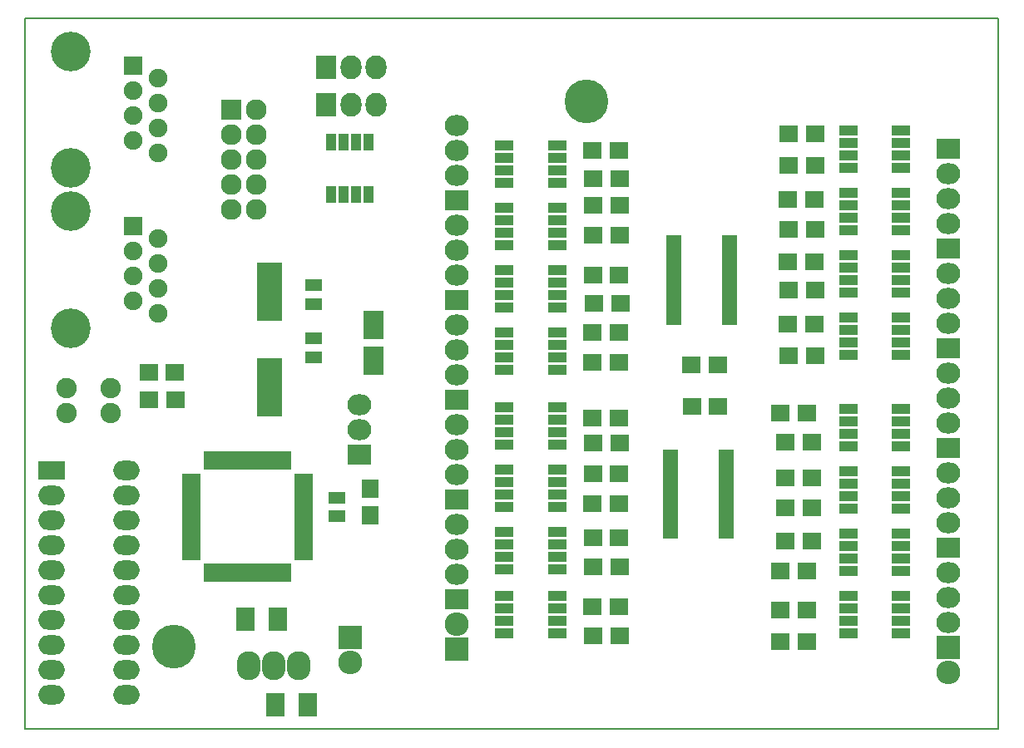
<source format=gbs>
G04 #@! TF.FileFunction,Soldermask,Bot*
%FSLAX46Y46*%
G04 Gerber Fmt 4.6, Leading zero omitted, Abs format (unit mm)*
G04 Created by KiCad (PCBNEW 0.201501052116+5352~20~ubuntu14.04.1-product) date Di 06 Jan 2015 18:05:51 CET*
%MOMM*%
G01*
G04 APERTURE LIST*
%ADD10C,0.150000*%
%ADD11C,0.200000*%
%ADD12C,4.464000*%
%ADD13R,1.797000X1.289000*%
%ADD14R,2.000200X3.000960*%
%ADD15R,1.924000X2.432000*%
%ADD16C,2.076400*%
%ADD17R,1.924000X0.806400*%
%ADD18R,0.806400X1.924000*%
%ADD19R,1.500000X0.800000*%
%ADD20R,2.432000X2.127200*%
%ADD21O,2.432000X2.127200*%
%ADD22R,2.127200X2.432000*%
%ADD23O,2.127200X2.432000*%
%ADD24R,2.432000X2.432000*%
%ADD25O,2.432000X2.432000*%
%ADD26R,1.900000X1.700000*%
%ADD27R,1.700000X1.900000*%
%ADD28R,2.686000X1.974800*%
%ADD29O,2.686000X1.974800*%
%ADD30R,0.999440X1.799540*%
%ADD31O,2.432000X2.940000*%
%ADD32R,1.950000X1.000000*%
%ADD33R,2.500580X6.000700*%
%ADD34C,4.049980*%
%ADD35R,1.901140X1.901140*%
%ADD36C,1.901140*%
%ADD37R,2.127200X2.127200*%
%ADD38O,2.127200X2.127200*%
G04 APERTURE END LIST*
D10*
D11*
X124460000Y-24130000D02*
X25400000Y-24130000D01*
X124460000Y-96520000D02*
X124460000Y-24130000D01*
X25400000Y-96520000D02*
X124460000Y-96520000D01*
X25400000Y-24130000D02*
X25400000Y-96520000D01*
D12*
X40500000Y-88100000D03*
X82500000Y-32600000D03*
D13*
X54710000Y-56697500D03*
X54710000Y-58602500D03*
X54710000Y-51317500D03*
X54710000Y-53222500D03*
D14*
X60860000Y-55349140D03*
X60860000Y-58950860D03*
D15*
X54121000Y-94030000D03*
X50819000Y-94030000D03*
D13*
X57100000Y-74852500D03*
X57100000Y-72947500D03*
D15*
X51111000Y-85290000D03*
X47809000Y-85290000D03*
D16*
X29560000Y-61750000D03*
X29560000Y-64290000D03*
X34060000Y-61750000D03*
X34060000Y-64290000D03*
D17*
X42305000Y-74880000D03*
X42305000Y-74079900D03*
X42305000Y-73279800D03*
X42305000Y-72479700D03*
X42305000Y-71679600D03*
X42305000Y-70879500D03*
X42305000Y-75680100D03*
X42305000Y-76480200D03*
X42305000Y-77280300D03*
X42305000Y-78080400D03*
X42305000Y-78880500D03*
X53735000Y-74880000D03*
X53735000Y-74079900D03*
X53735000Y-73279800D03*
X53735000Y-72479700D03*
X53735000Y-71679600D03*
X53735000Y-70879500D03*
X53735000Y-75680100D03*
X53735000Y-76480200D03*
X53735000Y-77280300D03*
X53735000Y-78080400D03*
X53735000Y-78880500D03*
D18*
X48020000Y-69165000D03*
X48020000Y-80595000D03*
X48820100Y-69165000D03*
X48820100Y-80595000D03*
X49620200Y-80595000D03*
X49620200Y-69165000D03*
X50420300Y-69165000D03*
X50420300Y-80595000D03*
X51220400Y-80595000D03*
X51220400Y-69165000D03*
X52020500Y-69165000D03*
X52020500Y-80595000D03*
X47219900Y-80595000D03*
X47219900Y-69165000D03*
X46419800Y-69165000D03*
X46419800Y-80595000D03*
X45619700Y-80595000D03*
X45619700Y-69165000D03*
X44819600Y-69165000D03*
X44819600Y-80595000D03*
X44019500Y-80595000D03*
X44019500Y-69165000D03*
D19*
X91070000Y-76795000D03*
X91070000Y-76145000D03*
X91070000Y-75495000D03*
X91070000Y-74845000D03*
X91070000Y-74195000D03*
X91070000Y-73545000D03*
X91070000Y-72895000D03*
X91070000Y-72245000D03*
X91070000Y-71595000D03*
X91070000Y-70945000D03*
X91070000Y-70295000D03*
X91070000Y-69645000D03*
X91070000Y-68995000D03*
X91070000Y-68345000D03*
X96770000Y-68345000D03*
X96770000Y-68995000D03*
X96770000Y-69645000D03*
X96770000Y-70295000D03*
X96770000Y-70945000D03*
X96770000Y-71595000D03*
X96770000Y-72245000D03*
X96770000Y-72895000D03*
X96770000Y-73545000D03*
X96770000Y-74195000D03*
X96770000Y-74845000D03*
X96770000Y-75495000D03*
X96770000Y-76145000D03*
X96770000Y-76795000D03*
X91390000Y-54965000D03*
X91390000Y-54315000D03*
X91390000Y-53665000D03*
X91390000Y-53015000D03*
X91390000Y-52365000D03*
X91390000Y-51715000D03*
X91390000Y-51065000D03*
X91390000Y-50415000D03*
X91390000Y-49765000D03*
X91390000Y-49115000D03*
X91390000Y-48465000D03*
X91390000Y-47815000D03*
X91390000Y-47165000D03*
X91390000Y-46515000D03*
X97090000Y-46515000D03*
X97090000Y-47165000D03*
X97090000Y-47815000D03*
X97090000Y-48465000D03*
X97090000Y-49115000D03*
X97090000Y-49765000D03*
X97090000Y-50415000D03*
X97090000Y-51065000D03*
X97090000Y-51715000D03*
X97090000Y-52365000D03*
X97090000Y-53015000D03*
X97090000Y-53665000D03*
X97090000Y-54315000D03*
X97090000Y-54965000D03*
D20*
X59360000Y-68550000D03*
D21*
X59360000Y-66010000D03*
X59360000Y-63470000D03*
D22*
X55990000Y-29130000D03*
D23*
X58530000Y-29130000D03*
X61070000Y-29130000D03*
D22*
X55990000Y-32880000D03*
D23*
X58530000Y-32880000D03*
X61070000Y-32880000D03*
D24*
X58470000Y-87160000D03*
D25*
X58470000Y-89700000D03*
D20*
X69280000Y-83280000D03*
D21*
X69280000Y-80740000D03*
X69280000Y-78200000D03*
X69280000Y-75660000D03*
D20*
X69280000Y-73120000D03*
D21*
X69280000Y-70580000D03*
X69280000Y-68040000D03*
X69280000Y-65500000D03*
D20*
X119310000Y-67880000D03*
D21*
X119310000Y-70420000D03*
X119310000Y-72960000D03*
X119310000Y-75500000D03*
D20*
X119310000Y-78040000D03*
D21*
X119310000Y-80580000D03*
X119310000Y-83120000D03*
X119310000Y-85660000D03*
D20*
X69280000Y-62960000D03*
D21*
X69280000Y-60420000D03*
X69280000Y-57880000D03*
X69280000Y-55340000D03*
D20*
X69280000Y-52800000D03*
D21*
X69280000Y-50260000D03*
X69280000Y-47720000D03*
X69280000Y-45180000D03*
D20*
X69280000Y-42640000D03*
D21*
X69280000Y-40100000D03*
X69280000Y-37560000D03*
X69280000Y-35020000D03*
D20*
X119310000Y-37400000D03*
D21*
X119310000Y-39940000D03*
X119310000Y-42480000D03*
X119310000Y-45020000D03*
D20*
X119310000Y-47560000D03*
D21*
X119310000Y-50100000D03*
X119310000Y-52640000D03*
X119310000Y-55180000D03*
D20*
X119310000Y-57720000D03*
D21*
X119310000Y-60260000D03*
X119310000Y-62800000D03*
X119310000Y-65340000D03*
D26*
X40640000Y-60200000D03*
X37940000Y-60200000D03*
X40670000Y-62970000D03*
X37970000Y-62970000D03*
D27*
X60480000Y-72060000D03*
X60480000Y-74760000D03*
D26*
X93220000Y-63620000D03*
X95920000Y-63620000D03*
X93170000Y-59370000D03*
X95870000Y-59370000D03*
X85860000Y-87010000D03*
X83160000Y-87010000D03*
X85840000Y-84030000D03*
X83140000Y-84030000D03*
X85860000Y-79960000D03*
X83160000Y-79960000D03*
X85850000Y-77000000D03*
X83150000Y-77000000D03*
X85810000Y-73550000D03*
X83110000Y-73550000D03*
X85850000Y-70500000D03*
X83150000Y-70500000D03*
X85880000Y-67400000D03*
X83180000Y-67400000D03*
X85840000Y-64810000D03*
X83140000Y-64810000D03*
X102250000Y-64300000D03*
X104950000Y-64300000D03*
X102750000Y-67300000D03*
X105450000Y-67300000D03*
X102720000Y-70890000D03*
X105420000Y-70890000D03*
X102750000Y-74000000D03*
X105450000Y-74000000D03*
X102720000Y-77340000D03*
X105420000Y-77340000D03*
X102250000Y-80400000D03*
X104950000Y-80400000D03*
X102250000Y-84400000D03*
X104950000Y-84400000D03*
X102250000Y-87600000D03*
X104950000Y-87600000D03*
X85840000Y-59130000D03*
X83140000Y-59130000D03*
X85830000Y-56080000D03*
X83130000Y-56080000D03*
X85950000Y-53150000D03*
X83250000Y-53150000D03*
X85850000Y-50220000D03*
X83150000Y-50220000D03*
X85910000Y-46160000D03*
X83210000Y-46160000D03*
X85890000Y-43150000D03*
X83190000Y-43150000D03*
X85870000Y-40420000D03*
X83170000Y-40420000D03*
X85820000Y-37520000D03*
X83120000Y-37520000D03*
X103050000Y-35900000D03*
X105750000Y-35900000D03*
X103050000Y-39100000D03*
X105750000Y-39100000D03*
X103020000Y-42520000D03*
X105720000Y-42520000D03*
X103050000Y-45600000D03*
X105750000Y-45600000D03*
X103020000Y-48870000D03*
X105720000Y-48870000D03*
X103050000Y-51800000D03*
X105750000Y-51800000D03*
X103020000Y-55220000D03*
X105720000Y-55220000D03*
X103050000Y-58500000D03*
X105750000Y-58500000D03*
D28*
X28090000Y-70170000D03*
D29*
X28090000Y-72710000D03*
X28090000Y-75250000D03*
X28090000Y-77790000D03*
X28090000Y-80330000D03*
X28090000Y-82870000D03*
X28090000Y-85410000D03*
X28090000Y-87950000D03*
X28090000Y-90490000D03*
X28090000Y-93030000D03*
X35710000Y-93030000D03*
X35710000Y-90490000D03*
X35710000Y-87950000D03*
X35710000Y-85410000D03*
X35710000Y-82870000D03*
X35710000Y-80330000D03*
X35710000Y-77790000D03*
X35710000Y-75250000D03*
X35710000Y-72710000D03*
X35710000Y-70170000D03*
D30*
X60325000Y-36703000D03*
X60325000Y-42037000D03*
X59055000Y-36703000D03*
X57785000Y-36703000D03*
X56515000Y-36703000D03*
X59055000Y-42037000D03*
X57785000Y-42037000D03*
X56515000Y-42037000D03*
D31*
X50670000Y-90030000D03*
X48130000Y-90030000D03*
X53210000Y-90030000D03*
D32*
X79560000Y-82925000D03*
X79560000Y-84195000D03*
X79560000Y-85465000D03*
X79560000Y-86735000D03*
X74160000Y-86735000D03*
X74160000Y-85465000D03*
X74160000Y-84195000D03*
X74160000Y-82925000D03*
X79550000Y-76445000D03*
X79550000Y-77715000D03*
X79550000Y-78985000D03*
X79550000Y-80255000D03*
X74150000Y-80255000D03*
X74150000Y-78985000D03*
X74150000Y-77715000D03*
X74150000Y-76445000D03*
X79550000Y-70095000D03*
X79550000Y-71365000D03*
X79550000Y-72635000D03*
X79550000Y-73905000D03*
X74150000Y-73905000D03*
X74150000Y-72635000D03*
X74150000Y-71365000D03*
X74150000Y-70095000D03*
X79550000Y-63745000D03*
X79550000Y-65015000D03*
X79550000Y-66285000D03*
X79550000Y-67555000D03*
X74150000Y-67555000D03*
X74150000Y-66285000D03*
X74150000Y-65015000D03*
X74150000Y-63745000D03*
X109140000Y-67715000D03*
X109140000Y-66445000D03*
X109140000Y-65175000D03*
X109140000Y-63905000D03*
X114540000Y-63905000D03*
X114540000Y-65175000D03*
X114540000Y-66445000D03*
X114540000Y-67715000D03*
X109140000Y-74065000D03*
X109140000Y-72795000D03*
X109140000Y-71525000D03*
X109140000Y-70255000D03*
X114540000Y-70255000D03*
X114540000Y-71525000D03*
X114540000Y-72795000D03*
X114540000Y-74065000D03*
X109140000Y-80415000D03*
X109140000Y-79145000D03*
X109140000Y-77875000D03*
X109140000Y-76605000D03*
X114540000Y-76605000D03*
X114540000Y-77875000D03*
X114540000Y-79145000D03*
X114540000Y-80415000D03*
X109140000Y-86765000D03*
X109140000Y-85495000D03*
X109140000Y-84225000D03*
X109140000Y-82955000D03*
X114540000Y-82955000D03*
X114540000Y-84225000D03*
X114540000Y-85495000D03*
X114540000Y-86765000D03*
X79550000Y-56125000D03*
X79550000Y-57395000D03*
X79550000Y-58665000D03*
X79550000Y-59935000D03*
X74150000Y-59935000D03*
X74150000Y-58665000D03*
X74150000Y-57395000D03*
X74150000Y-56125000D03*
X79550000Y-49775000D03*
X79550000Y-51045000D03*
X79550000Y-52315000D03*
X79550000Y-53585000D03*
X74150000Y-53585000D03*
X74150000Y-52315000D03*
X74150000Y-51045000D03*
X74150000Y-49775000D03*
X79550000Y-43425000D03*
X79550000Y-44695000D03*
X79550000Y-45965000D03*
X79550000Y-47235000D03*
X74150000Y-47235000D03*
X74150000Y-45965000D03*
X74150000Y-44695000D03*
X74150000Y-43425000D03*
X79550000Y-37075000D03*
X79550000Y-38345000D03*
X79550000Y-39615000D03*
X79550000Y-40885000D03*
X74150000Y-40885000D03*
X74150000Y-39615000D03*
X74150000Y-38345000D03*
X74150000Y-37075000D03*
X109140000Y-39345000D03*
X109140000Y-38075000D03*
X109140000Y-36805000D03*
X109140000Y-35535000D03*
X114540000Y-35535000D03*
X114540000Y-36805000D03*
X114540000Y-38075000D03*
X114540000Y-39345000D03*
X109140000Y-45695000D03*
X109140000Y-44425000D03*
X109140000Y-43155000D03*
X109140000Y-41885000D03*
X114540000Y-41885000D03*
X114540000Y-43155000D03*
X114540000Y-44425000D03*
X114540000Y-45695000D03*
X109140000Y-52045000D03*
X109140000Y-50775000D03*
X109140000Y-49505000D03*
X109140000Y-48235000D03*
X114540000Y-48235000D03*
X114540000Y-49505000D03*
X114540000Y-50775000D03*
X114540000Y-52045000D03*
X109140000Y-58395000D03*
X109140000Y-57125000D03*
X109140000Y-55855000D03*
X109140000Y-54585000D03*
X114540000Y-54585000D03*
X114540000Y-55855000D03*
X114540000Y-57125000D03*
X114540000Y-58395000D03*
D33*
X50240000Y-61668860D03*
X50240000Y-51971140D03*
D34*
X30000000Y-55638520D03*
X30000000Y-43769100D03*
D35*
X36350000Y-45255000D03*
D36*
X38890000Y-46525000D03*
X36350000Y-47795000D03*
X38890000Y-49065000D03*
X36350000Y-50335000D03*
X38890000Y-51605000D03*
X36350000Y-52875000D03*
X38890000Y-54145000D03*
D34*
X30000000Y-39338520D03*
X30000000Y-27469100D03*
D35*
X36350000Y-28955000D03*
D36*
X38890000Y-30225000D03*
X36350000Y-31495000D03*
X38890000Y-32765000D03*
X36350000Y-34035000D03*
X38890000Y-35305000D03*
X36350000Y-36575000D03*
X38890000Y-37845000D03*
D24*
X69280000Y-88360000D03*
D25*
X69280000Y-85820000D03*
D24*
X119310000Y-88200000D03*
D25*
X119310000Y-90740000D03*
D37*
X46320000Y-33440000D03*
D38*
X48860000Y-33440000D03*
X46320000Y-35980000D03*
X48860000Y-35980000D03*
X46320000Y-38520000D03*
X48860000Y-38520000D03*
X46320000Y-41060000D03*
X48860000Y-41060000D03*
X46320000Y-43600000D03*
X48860000Y-43600000D03*
M02*

</source>
